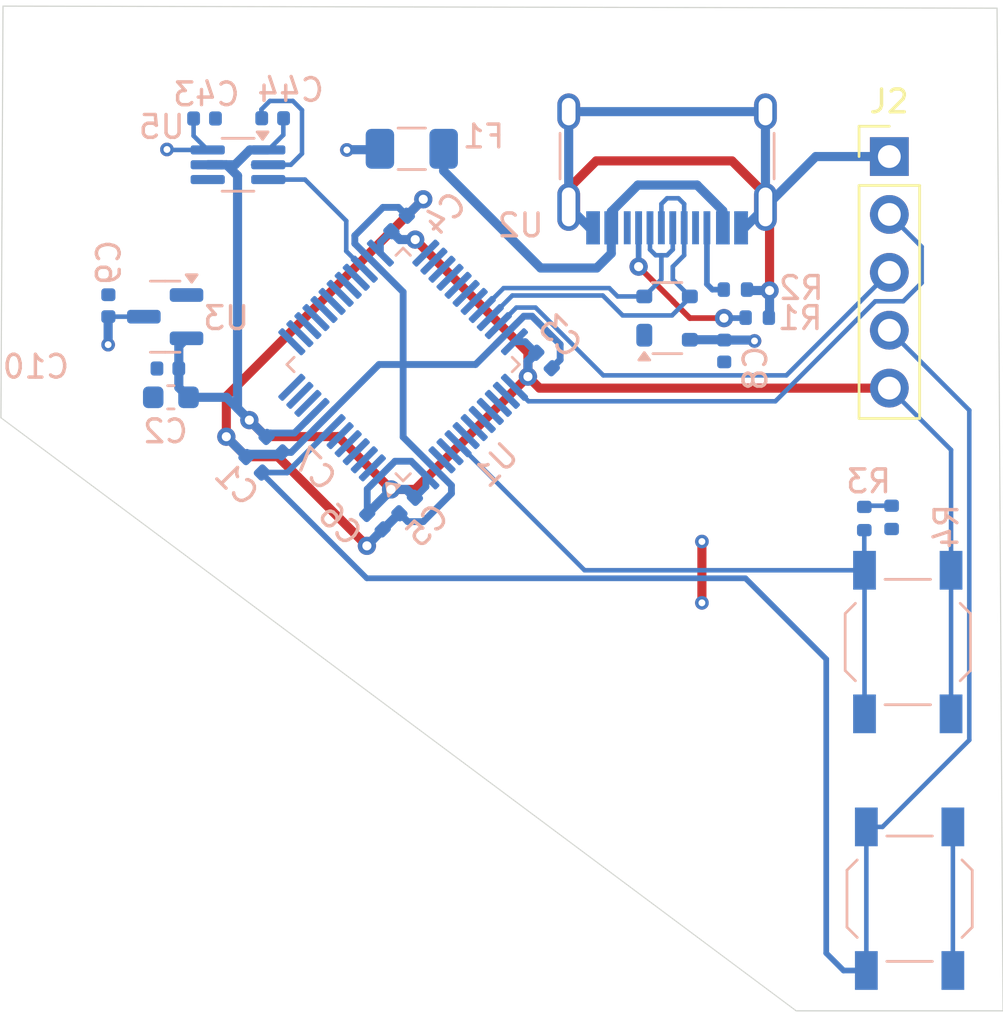
<source format=kicad_pcb>
(kicad_pcb (version 20240108) (generator "pcbnew") (generator_version "8.0")
  (layers (0 "F.Cu" signal) (31 "B.Cu" signal) (34 "B.Paste" user) (35 "F.Paste" user) (36 "B.SilkS" user "B.Silkscreen") (37 "F.SilkS" user "F.Silkscreen") (38 "B.Mask" user) (39 "F.Mask" user) (44 "Edge.Cuts" user))
  (net 0 "")
  (net 1 "BOOT0")
  (net 2 "+3V3")
  (net 3 "NRST")
  (net 4 "GND")
  (net 5 "+5V")
  (net 6 "SWCLK")
  (net 7 "SWD")
  (net 8 "SDA")
  (net 9 "RGB3.3")
  (net 10 "SCL")
  (net 11 "RGB5v")
  (net 12 "/A0")
  (net 13 "/A15")
  (net 14 "VBUS")
  (net 15 "D-")
  (net 16 "Net-(J1-CC2)")
  (net 17 "D+")
  (net 18 "Net-(J1-CC1)")
  (net 21 "Net-(R3-Pad2)")
  (net 22 "/A4")
  (net 23 "/B1")
  (net 24 "/B13")
  (net 25 "/B3")
  (net 26 "/A5")
  (net 27 "/B6")
  (net 28 "/B0")
  (net 29 "/F1")
  (net 30 "/C13")
  (net 31 "/A6")
  (net 32 "/C14")
  (net 33 "/A8")
  (net 34 "/A1")
  (net 35 "/B12")
  (net 36 "/B10")
  (net 37 "/C15")
  (net 38 "/B5")
  (net 39 "/A7")
  (net 40 "/B4")
  (net 41 "/F0")
  (net 42 "/A10")
  (net 43 "/A3")
  (net 44 "/B2")
  (net 45 "/A9")
  (net 46 "/B15")
  (net 47 "/A2")
  (net 48 "/B14")
  (net 49 "/B7")
  (footprint "Connector_PinHeader_2.54mm:PinHeader_1x05_P2.54mm_Vertical" (layer "F.Cu") (at 206.28 41.9)
    (property "Reference" "J2" (at -0.01 -2.42 0) (layer "F.SilkS"))
    (property "Value" "Conn_01x05" (hide yes))
    (fp_line (start -1.33 -1.33) (end 0 -1.33) (stroke (width 0.12)) (layer "F.SilkS"))
    (fp_line (start -1.33 0) (end -1.33 -1.33) (stroke (width 0.12)) (layer "F.SilkS"))
    (fp_line (start -1.33 1.27) (end -1.33 11.49) (stroke (width 0.12)) (layer "F.SilkS"))
    (fp_line (start -1.33 1.27) (end 1.33 1.27) (stroke (width 0.12)) (layer "F.SilkS"))
    (fp_line (start -1.33 11.49) (end 1.33 11.49) (stroke (width 0.12)) (layer "F.SilkS"))
    (fp_line (start 1.33 1.27) (end 1.33 11.49) (stroke (width 0.12)) (layer "F.SilkS"))
    (pad "1" thru_hole rect (at 0 0) (size 1.7 1.7) (drill 1) (layers "*.Cu" "*.Mask") (net 4 "GND"))
    (pad "2" thru_hole oval (at 0 2.54) (size 1.7 1.7) (drill 1) (layers "*.Cu" "*.Mask") (net 6 "SWCLK"))
    (pad "3" thru_hole oval (at 0 5.08) (size 1.7 1.7) (drill 1) (layers "*.Cu" "*.Mask") (net 7 "SWD"))
    (pad "4" thru_hole oval (at 0 7.62) (size 1.7 1.7) (drill 1) (layers "*.Cu" "*.Mask") (net 3 "NRST"))
    (pad "5" thru_hole oval (at 0 10.16) (size 1.7 1.7) (drill 1) (layers "*.Cu" "*.Mask") (net 2 "+3V3"))
  )
  (footprint "Capacitor_SMD:C_0402_1005Metric" (layer "B.Cu") (at 199.03 50.43 -90)
    (property "Reference" "C8" (at 0.7575 -1.37 90) (layer "B.SilkS") (effects (justify mirror)))
    (property "Value" "100nF")
    (pad "1" smd roundrect (at -0.48 0 270) (size 0.56 0.62) (layers "B.Cu" "B.Paste" "B.Mask") (net 5 "+5V"))
    (pad "2" smd roundrect (at 0.48 0 270) (size 0.56 0.62) (layers "B.Cu" "B.Paste" "B.Mask") (net 4 "GND"))
  )
  (footprint "Capacitor_SMD:C_0402_1005Metric" (layer "B.Cu") (at 183.692563 57.917781 -45)
    (property "Reference" "C6" (at -1 1.16 135) (layer "B.SilkS") (effects (justify mirror)))
    (property "Value" "100nF")
    (pad "1" smd roundrect (at -0.48 0 315) (size 0.56 0.62) (layers "B.Cu" "B.Paste" "B.Mask") (net 2 "+3V3"))
    (pad "2" smd roundrect (at 0.48 0 315) (size 0.56 0.62) (layers "B.Cu" "B.Paste" "B.Mask") (net 4 "GND"))
  )
  (footprint "Capacitor_SMD:C_0402_1005Metric" (layer "B.Cu") (at 185.106777 57.210675 -135)
    (property "Reference" "C5" (at 0 -1.249999 45) (layer "B.SilkS") (effects (justify mirror)))
    (property "Value" "100nF")
    (pad "1" smd roundrect (at -0.48 0 225) (size 0.56 0.62) (layers "B.Cu" "B.Paste" "B.Mask") (net 2 "+3V3"))
    (pad "2" smd roundrect (at 0.48 0 225) (size 0.56 0.62) (layers "B.Cu" "B.Paste" "B.Mask") (net 4 "GND"))
  )
  (footprint "Capacitor_SMD:C_0402_1005Metric" (layer "B.Cu") (at 178.389262 55.423925 135)
    (property "Reference" "C1" (at -0.063423 -1.143423 135) (layer "B.SilkS") (effects (justify mirror)))
    (property "Value" "100nF")
    (pad "1" smd roundrect (at -0.48 0 135) (size 0.56 0.62) (layers "B.Cu" "B.Paste" "B.Mask") (net 3 "NRST"))
    (pad "2" smd roundrect (at 0.48 0 135) (size 0.56 0.62) (layers "B.Cu" "B.Paste" "B.Mask") (net 4 "GND"))
  )
  (footprint "Button_Switch_SMD:SW_SPST_TL3342" (layer "B.Cu") (at 207.09 63.2 90)
    (property "Reference" "BOOT1" (hide yes))
    (property "Value" "SW_SPST" (hide yes))
    (fp_line (start 1.25 -2.75) (end -1.25 -2.75) (stroke (width 0.12)) (layer "B.SilkS"))
    (fp_line (start 1.25 -2.75) (end 1.7 -2.3) (stroke (width 0.12)) (layer "B.SilkS"))
    (fp_line (start -1.25 -2.75) (end -1.7 -2.3) (stroke (width 0.12)) (layer "B.SilkS"))
    (fp_line (start 2.75 -1) (end 2.75 1) (stroke (width 0.12)) (layer "B.SilkS"))
    (fp_line (start -2.75 -1) (end -2.75 1) (stroke (width 0.12)) (layer "B.SilkS"))
    (fp_line (start 1.25 2.75) (end 1.7 2.3) (stroke (width 0.12)) (layer "B.SilkS"))
    (fp_line (start 1.25 2.75) (end -1.25 2.75) (stroke (width 0.12)) (layer "B.SilkS"))
    (fp_line (start -1.25 2.75) (end -1.7 2.3) (stroke (width 0.12)) (layer "B.SilkS"))
    (pad "1" smd rect (at -3.15 1.9 90) (size 1.7 1) (layers "B.Cu" "B.Paste" "B.Mask") (net 2 "+3V3"))
    (pad "1" smd rect (at 3.15 1.9 90) (size 1.7 1) (layers "B.Cu" "B.Paste" "B.Mask") (net 2 "+3V3"))
    (pad "2" smd rect (at -3.15 -1.9 90) (size 1.7 1) (layers "B.Cu" "B.Paste" "B.Mask") (net 1 "BOOT0"))
    (pad "2" smd rect (at 3.15 -1.9 90) (size 1.7 1) (layers "B.Cu" "B.Paste" "B.Mask") (net 1 "BOOT0"))
  )
  (footprint "Package_QFP:LQFP-48_7x7mm_P0.5mm" (layer "B.Cu") (at 184.93 51.02349 45)
    (property "Reference" "U1" (at -0.23 6 45) (layer "B.SilkS") (effects (justify mirror)))
    (property "Value" "STM32F072CBT6")
    (fp_line (start -3.61 -3.61) (end -3.16 -3.61) (stroke (width 0.12)) (layer "B.SilkS"))
    (fp_line (start -3.61 -3.16) (end -3.61 -3.61) (stroke (width 0.12)) (layer "B.SilkS"))
    (fp_line (start -3.61 3.16) (end -3.61 3.61) (stroke (width 0.12)) (layer "B.SilkS"))
    (fp_line (start 3.61 -3.61) (end 3.16 -3.61) (stroke (width 0.12)) (layer "B.SilkS"))
    (fp_line (start -3.61 3.61) (end -3.16 3.61) (stroke (width 0.12)) (layer "B.SilkS"))
    (fp_line (start 3.61 -3.16) (end 3.61 -3.61) (stroke (width 0.12)) (layer "B.SilkS"))
    (fp_line (start 3.61 3.16) (end 3.61 3.61) (stroke (width 0.12)) (layer "B.SilkS"))
    (fp_line (start 3.61 3.61) (end 3.16 3.61) (stroke (width 0.12)) (layer "B.SilkS"))
    (fp_poly (pts (xy -4.2 3.16) (xy -4.54 3.63) (xy -3.86 3.63) (xy -4.2 3.16)) (stroke (width 0.12)) (fill solid) (layer "B.SilkS"))
    (pad "1" smd roundrect (at -4.1625 2.75 45) (size 1.475 0.3) (layers "B.Cu" "B.Paste" "B.Mask") (net 2 "+3V3"))
    (pad "2" smd roundrect (at -4.1625 2.25 45) (size 1.475 0.3) (layers "B.Cu" "B.Paste" "B.Mask") (net 30 "/C13"))
    (pad "3" smd roundrect (at -4.1625 1.75 45) (size 1.475 0.3) (layers "B.Cu" "B.Paste" "B.Mask") (net 32 "/C14"))
    (pad "4" smd roundrect (at -4.1625 1.249999 45) (size 1.475 0.3) (layers "B.Cu" "B.Paste" "B.Mask") (net 37 "/C15"))
    (pad "5" smd roundrect (at -4.1625 0.75 45) (size 1.475 0.3) (layers "B.Cu" "B.Paste" "B.Mask") (net 41 "/F0"))
    (pad "6" smd roundrect (at -4.1625 0.25 45) (size 1.475 0.3) (layers "B.Cu" "B.Paste" "B.Mask") (net 29 "/F1"))
    (pad "7" smd roundrect (at -4.1625 -0.25 45) (size 1.475 0.3) (layers "B.Cu" "B.Paste" "B.Mask") (net 3 "NRST"))
    (pad "8" smd roundrect (at -4.1625 -0.75 45) (size 1.475 0.3) (layers "B.Cu" "B.Paste" "B.Mask") (net 4 "GND"))
    (pad "9" smd roundrect (at -4.1625 -1.249999 45) (size 1.475 0.3) (layers "B.Cu" "B.Paste" "B.Mask") (net 2 "+3V3"))
    (pad "10" smd roundrect (at -4.1625 -1.75 45) (size 1.475 0.3) (layers "B.Cu" "B.Paste" "B.Mask") (net 12 "/A0"))
    (pad "11" smd roundrect (at -4.1625 -2.25 45) (size 1.475 0.3) (layers "B.Cu" "B.Paste" "B.Mask") (net 34 "/A1"))
    (pad "12" smd roundrect (at -4.1625 -2.75 45) (size 1.475 0.3) (layers "B.Cu" "B.Paste" "B.Mask") (net 47 "/A2"))
    (pad "13" smd roundrect (at -2.75 -4.1625 45) (size 0.3 1.475) (layers "B.Cu" "B.Paste" "B.Mask") (net 43 "/A3"))
    (pad "14" smd roundrect (at -2.25 -4.1625 45) (size 0.3 1.475) (layers "B.Cu" "B.Paste" "B.Mask") (net 22 "/A4"))
    (pad "15" smd roundrect (at -1.75 -4.1625 45) (size 0.3 1.475) (layers "B.Cu" "B.Paste" "B.Mask") (net 26 "/A5"))
    (pad "16" smd roundrect (at -1.249999 -4.1625 45) (size 0.3 1.475) (layers "B.Cu" "B.Paste" "B.Mask") (net 31 "/A6"))
    (pad "17" smd roundrect (at -0.75 -4.1625 45) (size 0.3 1.475) (layers "B.Cu" "B.Paste" "B.Mask") (net 39 "/A7"))
    (pad "18" smd roundrect (at -0.25 -4.1625 45) (size 0.3 1.475) (layers "B.Cu" "B.Paste" "B.Mask") (net 28 "/B0"))
    (pad "19" smd roundrect (at 0.25 -4.1625 45) (size 0.3 1.475) (layers "B.Cu" "B.Paste" "B.Mask") (net 23 "/B1"))
    (pad "20" smd roundrect (at 0.75 -4.1625 45) (size 0.3 1.475) (layers "B.Cu" "B.Paste" "B.Mask") (net 44 "/B2"))
    (pad "21" smd roundrect (at 1.249999 -4.1625 45) (size 0.3 1.475) (layers "B.Cu" "B.Paste" "B.Mask") (net 36 "/B10"))
    (pad "22" smd roundrect (at 1.75 -4.1625 45) (size 0.3 1.475) (layers "B.Cu" "B.Paste" "B.Mask") (net 9 "RGB3.3"))
    (pad "23" smd roundrect (at 2.25 -4.1625 45) (size 0.3 1.475) (layers "B.Cu" "B.Paste" "B.Mask") (net 4 "GND"))
    (pad "24" smd roundrect (at 2.75 -4.1625 45) (size 0.3 1.475) (layers "B.Cu" "B.Paste" "B.Mask") (net 2 "+3V3"))
    (pad "25" smd roundrect (at 4.1625 -2.75 45) (size 1.475 0.3) (layers "B.Cu" "B.Paste" "B.Mask") (net 35 "/B12"))
    (pad "26" smd roundrect (at 4.1625 -2.25 45) (size 1.475 0.3) (layers "B.Cu" "B.Paste" "B.Mask") (net 24 "/B13"))
    (pad "27" smd roundrect (at 4.1625 -1.75 45) (size 1.475 0.3) (layers "B.Cu" "B.Paste" "B.Mask") (net 48 "/B14"))
    (pad "28" smd roundrect (at 4.1625 -1.249999 45) (size 1.475 0.3) (layers "B.Cu" "B.Paste" "B.Mask") (net 46 "/B15"))
    (pad "29" smd roundrect (at 4.1625 -0.75 45) (size 1.475 0.3) (layers "B.Cu" "B.Paste" "B.Mask") (net 33 "/A8"))
    (pad "30" smd roundrect (at 4.1625 -0.25 45) (size 1.475 0.3) (layers "B.Cu" "B.Paste" "B.Mask") (net 45 "/A9"))
    (pad "31" smd roundrect (at 4.1625 0.25 45) (size 1.475 0.3) (layers "B.Cu" "B.Paste" "B.Mask") (net 42 "/A10"))
    (pad "32" smd roundrect (at 4.1625 0.75 45) (size 1.475 0.3) (layers "B.Cu" "B.Paste" "B.Mask") (net 15 "D-"))
    (pad "33" smd roundrect (at 4.1625 1.249999 45) (size 1.475 0.3) (layers "B.Cu" "B.Paste" "B.Mask") (net 17 "D+"))
    (pad "34" smd roundrect (at 4.1625 1.75 45) (size 1.475 0.3) (layers "B.Cu" "B.Paste" "B.Mask") (net 7 "SWD"))
    (pad "35" smd roundrect (at 4.1625 2.25 45) (size 1.475 0.3) (layers "B.Cu" "B.Paste" "B.Mask") (net 4 "GND"))
    (pad "36" smd roundrect (at 4.1625 2.75 45) (size 1.475 0.3) (layers "B.Cu" "B.Paste" "B.Mask") (net 2 "+3V3"))
    (pad "37" smd roundrect (at 2.75 4.1625 45) (size 0.3 1.475) (layers "B.Cu" "B.Paste" "B.Mask") (net 6 "SWCLK"))
    (pad "38" smd roundrect (at 2.25 4.1625 45) (size 0.3 1.475) (layers "B.Cu" "B.Paste" "B.Mask") (net 13 "/A15"))
    (pad "39" smd roundrect (at 1.75 4.1625 45) (size 0.3 1.475) (layers "B.Cu" "B.Paste" "B.Mask") (net 25 "/B3"))
    (pad "40" smd roundrect (at 1.249999 4.1625 45) (size 0.3 1.475) (layers "B.Cu" "B.Paste" "B.Mask") (net 40 "/B4"))
    (pad "41" smd roundrect (at 0.75 4.1625 45) (size 0.3 1.475) (layers "B.Cu" "B.Paste" "B.Mask") (net 38 "/B5"))
    (pad "42" smd roundrect (at 0.25 4.1625 45) (size 0.3 1.475) (layers "B.Cu" "B.Paste" "B.Mask") (net 27 "/B6"))
    (pad "43" smd roundrect (at -0.25 4.1625 45) (size 0.3 1.475) (layers "B.Cu" "B.Paste" "B.Mask") (net 49 "/B7"))
    (pad "44" smd roundrect (at -0.75 4.1625 45) (size 0.3 1.475) (layers "B.Cu" "B.Paste" "B.Mask") (net 1 "BOOT0"))
    (pad "45" smd roundrect (at -1.249999 4.1625 45) (size 0.3 1.475) (layers "B.Cu" "B.Paste" "B.Mask") (net 10 "SCL"))
    (pad "46" smd roundrect (at -1.75 4.1625 45) (size 0.3 1.475) (layers "B.Cu" "B.Paste" "B.Mask") (net 8 "SDA"))
    (pad "47" smd roundrect (at -2.25 4.1625 45) (size 0.3 1.475) (layers "B.Cu" "B.Paste" "B.Mask") (net 4 "GND"))
    (pad "48" smd roundrect (at -2.75 4.1625 45) (size 0.3 1.475) (layers "B.Cu" "B.Paste" "B.Mask") (net 2 "+3V3"))
  )
  (footprint "Capacitor_SMD:C_0402_1005Metric" (layer "B.Cu") (at 171.985895 48.442721 90)
    (property "Reference" "C9" (at 1.9 0.02 90) (layer "B.SilkS") (effects (justify mirror)))
    (property "Value" "1uF")
    (pad "1" smd roundrect (at -0.48 0 90) (size 0.56 0.62) (layers "B.Cu" "B.Paste" "B.Mask") (net 5 "+5V"))
    (pad "2" smd roundrect (at 0.48 0 90) (size 0.56 0.62) (layers "B.Cu" "B.Paste" "B.Mask") (net 4 "GND"))
  )
  (footprint "Button_Switch_SMD:SW_SPST_TL3342" (layer "B.Cu") (at 207.17 74.46 -90)
    (property "Reference" "RST1" (hide yes))
    (property "Value" "SW_SPST")
    (fp_line (start -1.25 2.75) (end -1.7 2.3) (stroke (width 0.12)) (layer "B.SilkS"))
    (fp_line (start 1.25 2.75) (end -1.25 2.75) (stroke (width 0.12)) (layer "B.SilkS"))
    (fp_line (start 1.25 2.75) (end 1.7 2.3) (stroke (width 0.12)) (layer "B.SilkS"))
    (fp_line (start -2.75 -1) (end -2.75 1) (stroke (width 0.12)) (layer "B.SilkS"))
    (fp_line (start 2.75 -1) (end 2.75 1) (stroke (width 0.12)) (layer "B.SilkS"))
    (fp_line (start -1.25 -2.75) (end -1.7 -2.3) (stroke (width 0.12)) (layer "B.SilkS"))
    (fp_line (start 1.25 -2.75) (end 1.7 -2.3) (stroke (width 0.12)) (layer "B.SilkS"))
    (fp_line (start 1.25 -2.75) (end -1.25 -2.75) (stroke (width 0.12)) (layer "B.SilkS"))
    (pad "1" smd rect (at -3.15 1.9 270) (size 1.7 1) (layers "B.Cu" "B.Paste" "B.Mask") (net 3 "NRST"))
    (pad "1" smd rect (at 3.15 1.9 270) (size 1.7 1) (layers "B.Cu" "B.Paste" "B.Mask") (net 3 "NRST"))
    (pad "2" smd rect (at -3.15 -1.9 270) (size 1.7 1) (layers "B.Cu" "B.Paste" "B.Mask") (net 4 "GND"))
    (pad "2" smd rect (at 3.15 -1.9 270) (size 1.7 1) (layers "B.Cu" "B.Paste" "B.Mask") (net 4 "GND"))
  )
  (footprint "Resistor_SMD:R_0402_1005Metric" (layer "B.Cu") (at 206.38 57.73 -90)
    (property "Reference" "R4" (at 0.4 -2.41 90) (layer "B.SilkS") (effects (justify mirror)))
    (property "Value" "5.1k")
    (pad "1" smd roundrect (at -0.51 0 270) (size 0.54 0.64) (layers "B.Cu" "B.Paste" "B.Mask") (net 21 "Net-(R3-Pad2)"))
    (pad "2" smd roundrect (at 0.51 0 270) (size 0.54 0.64) (layers "B.Cu" "B.Paste" "B.Mask") (net 4 "GND"))
  )
  (footprint "PCM_marbastlib-various:USB_C_Receptacle_HRO_TYPE-C-31-M-12" (layer "B.Cu") (at 196.52 40.98)
    (property "Reference" "J1" (hide yes))
    (property "Value" "USB_C_Receptacle_USB2.0")
    (fp_line (start -4.7 -0.1) (end -4.7 1.9) (stroke (width 0.12)) (layer "B.SilkS"))
    (fp_line (start 4.7 -0.1) (end 4.7 1.9) (stroke (width 0.12)) (layer "B.SilkS"))
    (pad "" np_thru_hole circle (at -2.89 2.6) (size 0.65 0.65) (drill 0.65) (layers "*.Cu" "*.Mask"))
    (pad "" np_thru_hole circle (at 2.89 2.6) (size 0.65 0.65) (drill 0.65) (layers "*.Cu" "*.Mask"))
    (pad "A1" smd rect (at -3.25 4.045) (size 0.6 1.45) (layers "B.Cu" "B.Paste" "B.Mask") (net 4 "GND"))
    (pad "A4" smd rect (at -2.45 4.045) (size 0.6 1.45) (layers "B.Cu" "B.Paste" "B.Mask") (net 14 "VBUS"))
    (pad "A5" smd rect (at -1.25 4.045) (size 0.3 1.45) (layers "B.Cu" "B.Paste" "B.Mask") (net 18 "Net-(J1-CC1)"))
    (pad "A6" smd rect (at -0.25 4.045) (size 0.3 1.45) (layers "B.Cu" "B.Paste" "B.Mask") (net 17 "D+"))
    (pad "A7" smd rect (at 0.25 4.045) (size 0.3 1.45) (layers "B.Cu" "B.Paste" "B.Mask") (net 15 "D-"))
    (pad "A8" smd rect (at 1.25 4.045) (size 0.3 1.45) (layers "B.Cu" "B.Paste" "B.Mask"))
    (pad "A9" smd rect (at 2.45 4.045) (size 0.6 1.45) (layers "B.Cu" "B.Paste" "B.Mask") (net 14 "VBUS"))
    (pad "A12" smd rect (at 3.25 4.045) (size 0.6 1.45) (layers "B.Cu" "B.Paste" "B.Mask") (net 4 "GND"))
    (pad "B1" smd rect (at 3.25 4.045) (size 0.6 1.45) (layers "B.Cu" "B.Paste" "B.Mask") (net 4 "GND"))
    (pad "B4" smd rect (at 2.45 4.045) (size 0.6 1.45) (layers "B.Cu" "B.Paste" "B.Mask") (net 14 "VBUS"))
    (pad "B5" smd rect (at 1.75 4.045) (size 0.3 1.45) (layers "B.Cu" "B.Paste" "B.Mask") (net 16 "Net-(J1-CC2)"))
    (pad "B6" smd rect (at 0.75 4.045) (size 0.3 1.45) (layers "B.Cu" "B.Paste" "B.Mask") (net 17 "D+"))
    (pad "B7" smd rect (at -0.75 4.045) (size 0.3 1.45) (layers "B.Cu" "B.Paste" "B.Mask") (net 15 "D-"))
    (pad "B8" smd rect (at -1.75 4.045) (size 0.3 1.45) (layers "B.Cu" "B.Paste" "B.Mask"))
    (pad "B9" smd rect (at -2.45 4.045) (size 0.6 1.45) (layers "B.Cu" "B.Paste" "B.Mask") (net 14 "VBUS"))
    (pad "B12" smd rect (at -3.25 4.045) (size 0.6 1.45) (layers "B.Cu" "B.Paste" "B.Mask") (net 4 "GND"))
    (pad "S1" thru_hole oval (at -4.32 -1.05) (size 1 1.6) (drill oval 0.6 1.2) (layers "*.Cu" "*.Mask") (net 4 "GND"))
    (pad "S1" thru_hole oval (at -4.32 3.13) (size 1 2.1) (drill oval 0.6 1.7) (layers "*.Cu" "*.Mask") (net 4 "GND"))
    (pad "S1" thru_hole oval (at 4.32 -1.05) (size 1 1.6) (drill oval 0.6 1.2) (layers "*.Cu" "*.Mask") (net 4 "GND"))
    (pad "S1" thru_hole oval (at 4.32 3.13) (size 1 2.1) (drill oval 0.6 1.7) (layers "*.Cu" "*.Mask") (net 4 "GND"))
  )
  (footprint "Package_TO_SOT_SMD:SOT-23" (layer "B.Cu") (at 174.480895 48.925221 180)
    (property "Reference" "U3" (at -2.68 -0.0625 0) (layer "B.SilkS") (effects (justify mirror)))
    (property "Value" "XC6206PxxxMR-Regulator_Linear" (hide yes))
    (fp_line (start 0.65 1.56) (end 0 1.56) (stroke (width 0.12)) (layer "B.SilkS"))
    (fp_line (start 0.65 -1.56) (end 0 -1.56) (stroke (width 0.12)) (layer "B.SilkS"))
    (fp_line (start -0.65 1.56) (end 0 1.56) (stroke (width 0.12)) (layer "B.SilkS"))
    (fp_line (start -0.65 -1.56) (end 0 -1.56) (stroke (width 0.12)) (layer "B.SilkS"))
    (fp_poly (pts (xy -1.1625 1.51) (xy -1.4025 1.84) (xy -0.9225 1.84) (xy -1.1625 1.51)) (stroke (width 0.12)) (fill solid) (layer "B.SilkS"))
    (pad "1" smd roundrect (at -0.9375 0.95 180) (size 1.475 0.6) (layers "B.Cu" "B.Paste" "B.Mask") (net 4 "GND"))
    (pad "2" smd roundrect (at -0.9375 -0.95 180) (size 1.475 0.6) (layers "B.Cu" "B.Paste" "B.Mask") (net 2 "+3V3"))
    (pad "3" smd roundrect (at 0.9375 0 180) (size 1.475 0.6) (layers "B.Cu" "B.Paste" "B.Mask") (net 5 "+5V"))
  )
  (footprint "Package_TO_SOT_SMD:SOT-143" (layer "B.Cu") (at 196.52 48.9875)
    (property "Reference" "U2" (at -6.43 -4.0675 0) (layer "B.SilkS") (effects (justify mirror)))
    (property "Value" "PRTR5V0U2X" (hide yes))
    (fp_line (start -0.62 1.56) (end 0.65 1.56) (stroke (width 0.12)) (layer "B.SilkS"))
    (fp_line (start 0.65 -1.56) (end -0.65 -1.56) (stroke (width 0.12)) (layer "B.SilkS"))
    (fp_poly (pts (xy -1 1.51) (xy -1.24 1.84) (xy -0.76 1.84) (xy -1 1.51)) (stroke (width 0.12)) (fill solid) (layer "B.SilkS"))
    (pad "1" smd roundrect (at -1 0.75) (size 0.7 1) (layers "B.Cu" "B.Paste" "B.Mask") (net 4 "GND"))
    (pad "2" smd roundrect (at -1 -0.95) (size 0.7 0.6) (layers "B.Cu" "B.Paste" "B.Mask") (net 15 "D-"))
    (pad "3" smd roundrect (at 1 -0.95) (size 0.7 0.6) (layers "B.Cu" "B.Paste" "B.Mask") (net 17 "D+"))
    (pad "4" smd roundrect (at 1 0.95) (size 0.7 0.6) (layers "B.Cu" "B.Paste" "B.Mask") (net 5 "+5V"))
  )
  (footprint "Capacitor_SMD:C_0402_1005Metric" (layer "B.Cu") (at 179.2 40.22)
    (property "Reference" "C43" (at -2.91 -1.05 0) (layer "B.SilkS") (effects (justify mirror)))
    (property "Value" "0.1uF")
    (pad "1" smd roundrect (at -0.48 0) (size 0.56 0.62) (layers "B.Cu" "B.Paste" "B.Mask") (net 4 "GND"))
    (pad "2" smd roundrect (at 0.48 0) (size 0.56 0.62) (layers "B.Cu" "B.Paste" "B.Mask") (net 2 "+3V3"))
  )
  (footprint "Capacitor_SMD:C_0402_1005Metric" (layer "B.Cu") (at 191.117184 50.846714 -45)
    (property "Reference" "C3" (at -0.25 -1.25 135) (layer "B.SilkS") (effects (justify mirror)))
    (property "Value" "100nF")
    (pad "1" smd roundrect (at -0.48 0 315) (size 0.56 0.62) (layers "B.Cu" "B.Paste" "B.Mask") (net 2 "+3V3"))
    (pad "2" smd roundrect (at 0.48 0 315) (size 0.56 0.62) (layers "B.Cu" "B.Paste" "B.Mask") (net 4 "GND"))
  )
  (footprint "Resistor_SMD:R_0402_1005Metric" (layer "B.Cu") (at 200.48 48.9675 180)
    (property "Reference" "R1" (at -1.88 -0.02 0) (layer "B.SilkS") (effects (justify mirror)))
    (property "Value" "5.1k")
    (pad "1" smd roundrect (at -0.51 0 180) (size 0.54 0.64) (layers "B.Cu" "B.Paste" "B.Mask") (net 4 "GND"))
    (pad "2" smd roundrect (at 0.51 0 180) (size 0.54 0.64) (layers "B.Cu" "B.Paste" "B.Mask") (net 18 "Net-(J1-CC1)"))
  )
  (footprint "Package_TO_SOT_SMD:SOT-363_SC-70-6_Handsoldering" (layer "B.Cu") (at 177.678628 42.26 180)
    (property "Reference" "U5" (at 3.35 1.66 0) (layer "B.SilkS") (effects (justify mirror)))
    (property "Value" "TXB0101")
    (fp_line (start 0.7 1.16) (end -0.71 1.16) (stroke (width 0.12)) (layer "B.SilkS"))
    (fp_line (start 0.7 -1.16) (end -0.7 -1.16) (stroke (width 0.12)) (layer "B.SilkS"))
    (fp_poly (pts (xy -1.08 1.11) (xy -1.32 1.44) (xy -0.84 1.44) (xy -1.08 1.11)) (stroke (width 0.12)) (fill solid) (layer "B.SilkS"))
    (pad "1" smd roundrect (at -1.33 0.65 180) (size 1.5 0.4) (layers "B.Cu" "B.Paste" "B.Mask") (net 2 "+3V3"))
    (pad "2" smd roundrect (at -1.33 0 180) (size 1.5 0.4) (layers "B.Cu" "B.Paste" "B.Mask") (net 4 "GND"))
    (pad "3" smd roundrect (at -1.33 -0.65 180) (size 1.5 0.4) (layers "B.Cu" "B.Paste" "B.Mask") (net 9 "RGB3.3"))
    (pad "4" smd roundrect (at 1.33 -0.65 180) (size 1.5 0.4) (layers "B.Cu" "B.Paste" "B.Mask") (net 11 "RGB5v"))
    (pad "5" smd roundrect (at 1.33 0 180) (size 1.5 0.4) (layers "B.Cu" "B.Paste" "B.Mask") (net 2 "+3V3"))
    (pad "6" smd roundrect (at 1.33 0.65 180) (size 1.5 0.4) (layers "B.Cu" "B.Paste" "B.Mask") (net 5 "+5V"))
  )
  (footprint "Capacitor_SMD:C_0402_1005Metric" (layer "B.Cu") (at 174.6 51.2 180)
    (property "Reference" "C10" (at 5.795 0.08 0) (layer "B.SilkS") (effects (justify mirror)))
    (property "Value" "1uF")
    (pad "1" smd roundrect (at -0.48 0 180) (size 0.56 0.62) (layers "B.Cu" "B.Paste" "B.Mask") (net 2 "+3V3"))
    (pad "2" smd roundrect (at 0.48 0 180) (size 0.56 0.62) (layers "B.Cu" "B.Paste" "B.Mask") (net 4 "GND"))
  )
  (footprint "Fuse:Fuse_1206_3216Metric" (layer "B.Cu") (at 185.31 41.56 180)
    (property "Reference" "F1" (at -3.15 0.54 0) (layer "B.SilkS") (effects (justify mirror)))
    (property "Value" "500mA")
    (fp_line (start 0.602064 0.91) (end -0.602064 0.91) (stroke (width 0.12)) (layer "B.SilkS"))
    (fp_line (start 0.602064 -0.91) (end -0.602064 -0.91) (stroke (width 0.12)) (layer "B.SilkS"))
    (pad "1" smd roundrect (at -1.4 0 180) (size 1.25 1.75) (layers "B.Cu" "B.Paste" "B.Mask") (roundrect_rratio 0.2) (net 14 "VBUS"))
    (pad "2" smd roundrect (at 1.4 0 180) (size 1.25 1.75) (layers "B.Cu" "B.Paste" "B.Mask") (roundrect_rratio 0.2) (net 5 "+5V"))
  )
  (footprint "Capacitor_SMD:C_0402_1005Metric" (layer "B.Cu") (at 184.753223 44.836306 45)
    (property "Reference" "C4" (at 1.729765 1.116583 45) (layer "B.SilkS") (effects (justify mirror)))
    (property "Value" "100nF")
    (pad "1" smd roundrect (at -0.48 0 45) (size 0.56 0.62) (layers "B.Cu" "B.Paste" "B.Mask") (net 2 "+3V3"))
    (pad "2" smd roundrect (at 0.48 0 45) (size 0.56 0.62) (layers "B.Cu" "B.Paste" "B.Mask") (net 4 "GND"))
  )
  (footprint "Capacitor_SMD:C_0402_1005Metric" (layer "B.Cu") (at 179.273146 54.540041 -45)
    (property "Reference" "C7" (at 2.013423 -0.486577 135) (layer "B.SilkS") (effects (justify mirror)))
    (property "Value" "100nF")
    (pad "1" smd roundrect (at -0.48 0 315) (size 0.56 0.62) (layers "B.Cu" "B.Paste" "B.Mask") (net 2 "+3V3"))
    (pad "2" smd roundrect (at 0.48 0 315) (size 0.56 0.62) (layers "B.Cu" "B.Paste" "B.Mask") (net 4 "GND"))
  )
  (footprint "Capacitor_SMD:C_0603_1608Metric" (layer "B.Cu") (at 174.730895 52.462721 180)
    (property "Reference" "C2" (at 0.2375 -1.4925 0) (layer "B.SilkS") (effects (justify mirror)))
    (property "Value" "10uF")
    (fp_line (start 0.14058 0.51) (end -0.14058 0.51) (stroke (width 0.12)) (layer "B.SilkS"))
    (fp_line (start 0.14058 -0.51) (end -0.14058 -0.51) (stroke (width 0.12)) (layer "B.SilkS"))
    (pad "1" smd roundrect (at -0.775 0 180) (size 0.9 0.95) (layers "B.Cu" "B.Paste" "B.Mask") (net 2 "+3V3"))
    (pad "2" smd roundrect (at 0.775 0 180) (size 0.9 0.95) (layers "B.Cu" "B.Paste" "B.Mask") (net 4 "GND"))
  )
  (footprint "Resistor_SMD:R_0402_1005Metric" (layer "B.Cu") (at 199.52 47.7375)
    (property "Reference" "R2" (at 2.89036 -0.07036 0) (layer "B.SilkS") (effects (justify mirror)))
    (property "Value" "5.1k")
    (pad "1" smd roundrect (at -0.51 0) (size 0.54 0.64) (layers "B.Cu" "B.Paste" "B.Mask") (net 16 "Net-(J1-CC2)"))
    (pad "2" smd roundrect (at 0.51 0) (size 0.54 0.64) (layers "B.Cu" "B.Paste" "B.Mask") (net 4 "GND"))
  )
  (footprint "Capacitor_SMD:C_0402_1005Metric" (layer "B.Cu") (at 176.208628 40.23)
    (property "Reference" "C44" (at 3.78 -1.25 0) (layer "B.SilkS") (effects (justify mirror)))
    (property "Value" "0.1uF")
    (pad "1" smd roundrect (at -0.48 0) (size 0.56 0.62) (layers "B.Cu" "B.Paste" "B.Mask") (net 5 "+5V"))
    (pad "2" smd roundrect (at 0.48 0) (size 0.56 0.62) (layers "B.Cu" "B.Paste" "B.Mask") (net 4 "GND"))
  )
  (footprint "Resistor_SMD:R_0402_1005Metric" (layer "B.Cu") (at 205.18 57.78 90)
    (property "Reference" "R3" (at 1.63 0.19 180) (layer "B.SilkS") (effects (justify mirror)))
    (property "Value" "5.1k" (hide yes))
    (pad "1" smd roundrect (at -0.51 0 90) (size 0.54 0.64) (layers "B.Cu" "B.Paste" "B.Mask") (net 1 "BOOT0"))
    (pad "2" smd roundrect (at 0.51 0 90) (size 0.54 0.64) (layers "B.Cu" "B.Paste" "B.Mask") (net 21 "Net-(R3-Pad2)"))
  )
  (gr_line (start 202.19 79.38) (end 167.27 53.36) (stroke (width 0.05)) (layer "Edge.Cuts"))
  (gr_line (start 167.27 53.36) (end 167.36 35.3) (stroke (width 0.05)) (layer "Edge.Cuts"))
  (gr_line (start 167.36 35.3) (end 211.01 35.39) (stroke (width 0.05)) (layer "Edge.Cuts"))
  (gr_line (start 211.01 35.39) (end 211.27 79.38) (stroke (width 0.05)) (layer "Edge.Cuts"))
  (gr_line (start 211.27 79.38) (end 202.19 79.38) (stroke (width 0.05)) (layer "Edge.Cuts"))
  (segment (start 192.89585 60.05) (end 205.19 60.05) (width 0.2) (layer "B.Cu") (net 1))
  (segment (start 205.19 60.05) (end 205.19 66.35) (width 0.2) (layer "B.Cu") (net 1))
  (segment (start 205.18 58.29) (end 205.18 60.04) (width 0.2) (layer "B.Cu") (net 1))
  (segment (start 205.18 60.04) (end 205.19 60.05) (width 0.2) (layer "B.Cu") (net 1))
  (segment (start 187.343002 54.497152) (end 192.89585 60.05) (width 0.2) (layer "B.Cu") (net 1))
  (segment (start 190.410077 51.55382) (end 190.410077 50.49316) (width 0.4) (layer "F.Cu") (net 2))
  (segment (start 178.17713 53.463009) (end 178.900609 54.186488) (width 0.4) (layer "F.Cu") (net 2))
  (segment (start 182.08259 54.186488) (end 184.39967 56.503568) (width 0.4) (layer "F.Cu") (net 2))
  (segment (start 185.46033 45.543413) (end 189.879747 49.96283) (width 0.4) (layer "F.Cu") (net 2))
  (segment (start 190.410077 51.55382) (end 185.46033 56.503568) (width 0.4) (layer "F.Cu") (net 2))
  (segment (start 206.27 52.06) (end 206.28 52.06) (width 0.4) (layer "F.Cu") (net 2))
  (segment (start 178.900609 54.186488) (end 182.08259 54.186488) (width 0.4) (layer "F.Cu") (net 2))
  (segment (start 190.410077 51.55382) (end 190.916257 52.06) (width 0.4) (layer "F.Cu") (net 2))
  (segment (start 190.410077 50.49316) (end 189.879747 49.96283) (width 0.4) (layer "F.Cu") (net 2))
  (segment (start 185.46033 56.503568) (end 184.39967 56.503568) (width 0.4) (layer "F.Cu") (net 2))
  (segment (start 190.916257 52.06) (end 206.28 52.06) (width 0.4) (layer "F.Cu") (net 2))
  (via (at 178.17713 53.463009) (size 0.8) (drill 0.4) (layers "F.Cu" "B.Cu") (net 2))
  (via (at 185.46033 45.543413) (size 0.8) (drill 0.4) (layers "F.Cu" "B.Cu") (net 2))
  (via (at 190.410077 51.55382) (size 0.8) (drill 0.4) (layers "F.Cu" "B.Cu") (net 2))
  (via (at 184.39967 56.503568) (size 0.8) (drill 0.4) (layers "F.Cu" "B.Cu") (net 2))
  (segment (start 185.446188 56.871263) (end 185.928788 56.388663) (width 0.3) (layer "B.Cu") (net 2))
  (segment (start 175.08 52.036826) (end 175.480895 52.437721) (width 0.4) (layer "B.Cu") (net 2))
  (segment (start 175.505895 52.462721) (end 177.176842 52.462721) (width 0.4) (layer "B.Cu") (net 2))
  (segment (start 175.515895 52.472721) (end 175.480895 52.437721) (width 0.4) (layer "B.Cu") (net 2))
  (segment (start 178.177129 53.463009) (end 177.658628 52.944508) (width 0.4) (layer "B.Cu") (net 2))
  (segment (start 177.54875 42.26) (end 178.19875 41.61) (width 0.4) (layer "B.Cu") (net 2))
  (segment (start 175.08 51.2) (end 175.08 50.213616) (width 0.4) (layer "B.Cu") (net 2))
  (segment (start 185.078492 56.503568) (end 185.446188 56.871263) (width 0.4) (layer "B.Cu") (net 2))
  (segment (start 190.295173 50.024702) (end 190.777773 50.507302) (width 0.3) (layer "B.Cu") (net 2))
  (segment (start 208.99 54.77) (end 206.28 52.06) (width 0.2) (layer "B.Cu") (net 2))
  (segment (start 183.931212 45.658318) (end 184.413812 45.175717) (width 0.3) (layer "B.Cu") (net 2))
  (segment (start 189.817875 50.024702) (end 190.295173 50.024702) (width 0.3) (layer "B.Cu") (net 2))
  (segment (start 208.99 66.35) (end 208.99 60.05) (width 0.2) (layer "B.Cu") (net 2))
  (segment (start 190.410077 50.874998) (end 190.777773 50.507302) (width 0.4) (layer "B.Cu") (net 2))
  (segment (start 177.177378 42.26) (end 176.348628 42.26) (width 0.4) (layer "B.Cu") (net 2))
  (segment (start 180.157029 54.028694) (end 179.10567 54.028694) (width 0.3) (layer "B.Cu") (net 2))
  (segment (start 185.928788 55.911366) (end 185.283553 55.266131) (width 0.3) (layer "B.Cu") (net 2))
  (segment (start 184.413812 45.175717) (end 184.781507 45.543413) (width 0.4) (layer "B.Cu") (net 2))
  (segment (start 177.658628 52.944508) (end 177.658628 42.74125) (width 0.4) (layer "B.Cu") (net 2))
  (segment (start 184.781507 45.543413) (end 185.46033 45.543413) (width 0.4) (layer "B.Cu") (net 2))
  (segment (start 179.008628 41.61) (end 179.668628 40.95) (width 0.2) (layer "B.Cu") (net 2))
  (segment (start 178.19875 41.61) (end 179.008628 41.61) (width 0.4) (layer "B.Cu") (net 2))
  (segment (start 175.480895 52.437721) (end 175.505895 52.462721) (width 0.2) (layer "B.Cu") (net 2))
  (segment (start 184.39967 56.503568) (end 184.39967 56.531852) (width 0.4) (layer "B.Cu") (net 2))
  (segment (start 184.39967 56.531852) (end 183.353152 57.57837) (width 0.4) (layer "B.Cu") (net 2))
  (segment (start 179.668628 40.95) (end 179.668628 40.31) (width 0.2) (layer "B.Cu") (net 2))
  (segment (start 178.919592 54.186488) (end 178.900609 54.186488) (width 0.4) (layer "B.Cu") (net 2))
  (segment (start 176.348628 42.26) (end 177.54875 42.26) (width 0.4) (layer "B.Cu") (net 2))
  (segment (start 177.176842 52.462721) (end 178.17713 53.463009) (width 0.4) (layer "B.Cu") (net 2))
  (segment (start 190.410077 51.55382) (end 190.410077 50.874998) (width 0.4) (layer "B.Cu") (net 2))
  (segment (start 178.340172 41.61) (end 179.008628 41.61) (width 0.2) (layer "B.Cu") (net 2))
  (segment (start 183.931212 46.135615) (end 183.931212 45.658318) (width 0.3) (layer "B.Cu") (net 2))
  (segment (start 177.658628 42.74125) (end 177.177378 42.26) (width 0.4) (layer "B.Cu") (net 2))
  (segment (start 175.08 51.2) (end 175.08 52.036826) (width 0.4) (layer "B.Cu") (net 2))
  (segment (start 184.576446 55.266131) (end 183.931212 55.911366) (width 0.3) (layer "B.Cu") (net 2))
  (segment (start 178.900609 54.186488) (end 178.17713 53.463009) (width 0.4) (layer "B.Cu") (net 2))
  (segment (start 184.39967 56.503568) (end 185.078492 56.503568) (width 0.4) (layer "B.Cu") (net 2))
  (segment (start 183.353152 56.489426) (end 183.931212 55.911366) (width 0.3) (layer "B.Cu") (net 2))
  (segment (start 178.17713 53.463009) (end 178.177129 53.463009) (width 0.4) (layer "B.Cu") (net 2))
  (segment (start 185.283553 55.266131) (end 184.576446 55.266131) (width 0.3) (layer "B.Cu") (net 2))
  (segment (start 179.10567 54.028694) (end 178.933734 54.20063) (width 0.3) (layer "B.Cu") (net 2))
  (segment (start 185.928788 56.388663) (end 185.928788 55.911366) (width 0.3) (layer "B.Cu") (net 2))
  (segment (start 183.353152 57.57837) (end 183.353152 56.489426) (width 0.3) (layer "B.Cu") (net 2))
  (segment (start 181.102784 53.082939) (end 180.157029 54.028694) (width 0.3) (layer "B.Cu") (net 2))
  (segment (start 208.99 60.05) (end 208.99 54.77) (width 0.2) (layer "B.Cu") (net 2))
  (segment (start 175.08 50.213616) (end 175.418395 49.875221) (width 0.4) (layer "B.Cu") (net 2))
  (segment (start 178.728673 55.796461) (end 183.334212 60.402) (width 0.25) (layer "B.Cu") (net 3))
  (segment (start 209.79 53.03) (end 209.79 67.5) (width 0.2) (layer "B.Cu") (net 3))
  (segment (start 203.51 63.95) (end 203.51 76.85) (width 0.25) (layer "B.Cu") (net 3))
  (segment (start 205.98 71.31) (end 205.27 71.31) (width 0.2) (layer "B.Cu") (net 3))
  (segment (start 179.836601 55.763336) (end 178.728673 55.763336) (width 0.25) (layer "B.Cu") (net 3))
  (segment (start 209.79 67.5) (end 205.98 71.31) (width 0.2) (layer "B.Cu") (net 3))
  (segment (start 203.51 76.85) (end 204.27 77.61) (width 0.25) (layer "B.Cu") (net 3))
  (segment (start 204.27 77.61) (end 205.27 77.61) (width 0.25) (layer "B.Cu") (net 3))
  (segment (start 178.728673 55.763336) (end 178.728673 55.796461) (width 0.25) (layer "B.Cu") (net 3))
  (segment (start 183.334212 60.402) (end 199.962 60.402) (width 0.25) (layer "B.Cu") (net 3))
  (segment (start 206.28 49.52) (end 209.79 53.03) (width 0.2) (layer "B.Cu") (net 3))
  (segment (start 199.962 60.402) (end 203.51 63.95) (width 0.25) (layer "B.Cu") (net 3))
  (segment (start 205.27 71.31) (end 205.27 77.61) (width 0.2) (layer "B.Cu") (net 3))
  (segment (start 181.809891 53.790046) (end 179.836601 55.763336) (width 0.25) (layer "B.Cu") (net 3))
  (segment (start 200.84 43.56) (end 199.37 42.09) (width 0.4) (layer "F.Cu") (net 4))
  (segment (start 178.04501 55.070371) (end 179.430939 55.070371) (width 0.4) (layer "F.Cu") (net 4))
  (segment (start 200.84 44.11) (end 200.84 43.56) (width 0.4) (layer "F.Cu") (net 4))
  (segment (start 177.165967 54.191329) (end 178.04501 55.070371) (width 0.4) (layer "F.Cu") (net 4))
  (segment (start 200.84 44.11) (end 201.02 44.29) (width 0.4) (layer "F.Cu") (net 4))
  (segment (start 193.41 42.09) (end 192.2 43.3) (width 0.4) (layer "F.Cu") (net 4))
  (segment (start 177.165967 52.423562) (end 185.813883 43.775646) (width 0.4) (layer "F.Cu") (net 4))
  (segment (start 192.2 43.3) (end 192.2 44.11) (width 0.4) (layer "F.Cu") (net 4))
  (segment (start 179.430939 55.070371) (end 183.33901 58.978442) (width 0.4) (layer "F.Cu") (net 4))
  (segment (start 198.05 58.79) (end 198.05 61.48) (width 0.4) (layer "F.Cu") (net 4))
  (segment (start 177.165967 54.191329) (end 177.165967 52.423562) (width 0.4) (layer "F.Cu") (net 4))
  (segment (start 201.02 44.29) (end 201.02 47.7775) (width 0.4) (layer "F.Cu") (net 4))
  (segment (start 199.37 42.09) (end 193.41 42.09) (width 0.4) (layer "F.Cu") (net 4))
  (via (at 198.05 58.79) (size 0.6) (drill 0.3) (layers "F.Cu" "B.Cu") (net 4))
  (via (at 198.05 61.48) (size 0.6) (drill 0.3) (layers "F.Cu" "B.Cu") (net 4))
  (via (at 183.33901 58.978442) (size 0.8) (drill 0.4) (layers "F.Cu" "B.Cu") (net 4))
  (via (at 185.813883 43.775646) (size 0.8) (drill 0.4) (layers "F.Cu" "B.Cu") (net 4))
  (via (at 201.02 47.7775) (size 0.8) (drill 0.4) (layers "F.Cu" "B.Cu") (net 4))
  (via (at 177.165967 54.191329) (size 0.8) (drill 0.4) (layers "F.Cu" "B.Cu") (net 4))
  (segment (start 201.02 48.9375) (end 200.99 48.9675) (width 0.4) (layer "B.Cu") (net 4))
  (segment (start 200.84 44.11) (end 203.05 41.9) (width 0.4) (layer "B.Cu") (net 4))
  (segment (start 199.925 45.025) (end 200.84 44.11) (width 0.4) (layer "B.Cu") (net 4))
  (segment (start 179.008628 42.26) (end 178.340172 42.26) (width 0.2) (layer "B.Cu") (net 4))
  (segment (start 183.86934 51.02349) (end 184.93 51.02349) (width 0.3) (layer "B.Cu") (net 4))
  (segment (start 179.078628 39.461372) (end 178.708628 39.831372) (width 0.2) (layer "B.Cu") (net 4))
  (segment (start 200.84 39.93) (end 192.2 39.93) (width 0.4) (layer "B.Cu") (net 4))
  (segment (start 187.05132 56.680345) (end 185.813883 57.917781) (width 0.3) (layer "B.Cu") (net 4))
  (segment (start 178.708628 39.831372) (end 178.708628 40.31) (width 0.2) (layer "B.Cu") (net 4))
  (segment (start 184.93 54.205471) (end 186.282342 55.557813) (width 0.3) (layer "B.Cu") (net 4))
  (segment (start 182.80868 45.366636) (end 184.046116 44.129199) (width 0.3) (layer "B.Cu") (net 4))
  (segment (start 201.02 47.7775) (end 201.02 48.9375) (width 0.4) (layer "B.Cu") (net 4))
  (segment (start 184.93 47.84151) (end 184.93 51.02349) (width 0.3) (layer "B.Cu") (net 4))
  (segment (start 185.135061 57.917781) (end 184.767365 57.550086) (width 0.3) (layer "B.Cu") (net 4))
  (segment (start 181.456338 53.436492) (end 183.86934 51.02349) (width 0.3) (layer "B.Cu") (net 4))
  (segment (start 189.464322 49.671149) (end 188.11198 51.02349) (width 0.3) (layer "B.Cu") (net 4))
  (segment (start 183.577658 46.489168) (end 182.80868 45.720189) (width 0.3) (layer "B.Cu") (net 4))
  (segment (start 191.824291 50.139607) (end 191.824291 50.818429) (width 0.3) (layer "B.Cu") (net 4))
  (segment (start 178.035709 55.070371) (end 178.035709 55.06107) (width 0.4) (layer "B.Cu") (net 4))
  (segment (start 185.092634 44.496895) (end 185.813883 43.775646) (width 0.4) (layer "B.Cu") (net 4))
  (segment (start 180.488628 39.861372) (end 180.088628 39.461372) (width 0.2) (layer "B.Cu") (net 4))
  (segment (start 199.77 45.025) (end 199.925 45.025) (width 0.4) (layer "B.Cu") (net 4))
  (segment (start 189.464322 49.671149) (end 190.233301 48.90217) (width 0.3) (layer "B.Cu") (net 4))
  (segment (start 201.02 47.7775) (end 200.07 47.7775) (width 0.4) (layer "B.Cu") (net 4))
  (segment (start 180.013378 54.879452) (end 179.612557 54.879452) (width 0.3) (layer "B.Cu") (net 4))
  (segment (start 183.577658 46.489168) (end 184.93 47.84151) (width 0.3) (layer "B.Cu") (net 4))
  (segment (start 184.724939 44.129199) (end 185.092634 44.496895) (width 0.3) (layer "B.Cu") (net 4))
  (segment (start 187.05132 56.326791) (end 187.05132 56.680345) (width 0.3) (layer "B.Cu") (net 4))
  (segment (start 179.008628 42.26) (end 180 42.26) (width 0.2) (layer "B.Cu") (net 4))
  (segment (start 191.824291 50.818429) (end 191.456595 51.186125) (width 0.3) (layer "B.Cu") (net 4))
  (segment (start 209.07 77.61) (end 209.07 71.31) (width 0.2) (layer "B.Cu") (net 4))
  (segment (start 185.813883 57.917781) (end 185.135061 57.917781) (width 0.3) (layer "B.Cu") (net 4))
  (segment (start 188.11198 51.02349) (end 184.93 51.02349) (width 0.3) (layer "B.Cu") (net 4))
  (segment (start 186.282342 55.557813) (end 187.05132 56.326791) (width 0.3) (layer "B.Cu") (net 4))
  (segment (start 178.049851 55.084513) (end 178.171787 54.962577) (width 0.4) (layer "B.Cu") (net 4))
  (segment (start 178.171787 54.962577) (end 179.529432 54.962577) (width 0.4) (layer "B.Cu") (net 4))
  (segment (start 182.80868 45.720189) (end 182.80868 45.366636) (width 0.3) (layer "B.Cu") (net 4))
  (segment (start 184.93 51.02349) (end 184.93 54.205471) (width 0.3) (layer "B.Cu") (net 4))
  (segment (start 178.035709 55.06107) (end 177.165967 54.191329) (width 0.4) (layer "B.Cu") (net 4))
  (segment (start 184.046116 44.129199) (end 184.724939 44.129199) (width 0.3) (layer "B.Cu") (net 4))
  (segment (start 180.088628 39.461372) (end 179.078628 39.461372) (width 0.2) (layer "B.Cu") (net 4))
  (segment (start 192.2 39.93) (end 192.2 44.11) (width 0.4) (layer "B.Cu") (net 4))
  (segment (start 201.02 47.7775) (end 201 47.7975) (width 0.4) (layer "B.Cu") (net 4))
  (segment (start 203.05 41.9) (end 206.28 41.9) (width 0.4) (layer "B.Cu") (net 4))
  (segment (start 200.84 44.11) (end 200.84 39.93) (width 0.4) (layer "B.Cu") (net 4))
  (segment (start 190.233301 48.90217) (end 190.586854 48.90217) (width 0.3) (layer "B.Cu") (net 4))
  (segment (start 193.115 45.025) (end 193.27 45.025) (width 0.4) (layer "B.Cu") (net 4))
  (segment (start 190.586854 48.90217) (end 191.824291 50.139607) (width 0.3) (layer "B.Cu") (net 4))
  (segment (start 180.488628 41.771372) (end 180.488628 39.861372) (width 0.2) (layer "B.Cu") (net 4))
  (segment (start 181.456338 53.436492) (end 180.013378 54.879452) (width 0.3) (layer "B.Cu") (net 4))
  (segment (start 200.07 47.7775) (end 200.03 47.7375) (width 0.4) (layer "B.Cu") (net 4))
  (segment (start 184.031974 58.257193) (end 183.33901 58.978442) (width 0.4) (layer "B.Cu") (net 4))
  (segment (start 184.767365 57.550086) (end 184.060259 58.257193) (width 0.4) (layer "B.Cu") (net 4))
  (segment (start 192.2 44.11) (end 193.115 45.025) (width 0.4) (layer "B.Cu") (net 4))
  (segment (start 180 42.26) (end 180.488628 41.771372) (width 0.2) (layer "B.Cu") (net 4))
  (segment (start 179.529432 54.962577) (end 179.612557 54.879452) (width 0.4) (layer "B.Cu") (net 4))
  (via (at 171.975895 50.152721) (size 0.6) (drill 0.3) (layers "F.Cu" "B.Cu") (net 5))
  (via (at 200.36 49.99) (size 0.6) (drill 0.3) (layers "F.Cu" "B.Cu") (net 5))
  (via (at 182.46 41.61) (size 0.6) (drill 0.3) (layers "F.Cu" "B.Cu") (net 5))
  (via (at 174.558628 41.59) (size 0.6) (drill 0.3) (layers "F.Cu" "B.Cu") (net 5))
  (segment (start 176.348628 41.61) (end 175.728628 40.99) (width 0.2) (layer "B.Cu") (net 5))
  (segment (start 200.361605 50.097279) (end 200.374105 50.109779) (width 0.2) (layer "B.Cu") (net 5))
  (segment (start 197.52 49.9375) (end 199.0175 49.9375) (width 0.4) (layer "B.Cu") (net 5))
  (segment (start 173.543395 48.925221) (end 171.988395 48.925221) (width 0.2) (layer "B.Cu") (net 5))
  (segment (start 174.578628 41.61) (end 174.558628 41.59) (width 0.2) (layer "B.Cu") (net 5))
  (segment (start 176.348628 41.61) (end 174.578628 41.61) (width 0.2) (layer "B.Cu") (net 5))
  (segment (start 199.03 49.95) (end 200.32 49.95) (width 0.4) (layer "B.Cu") (net 5))
  (segment (start 182.47 41.6) (end 183.86 41.6) (width 0.4) (layer "B.Cu") (net 5))
  (segment (start 175.728628 40.99) (end 175.728628 40.35) (width 0.2) (layer "B.Cu") (net 5))
  (segment (start 171.988395 48.925221) (end 171.985895 48.922721) (width 0.2) (layer "B.Cu") (net 5))
  (segment (start 171.975895 48.932721) (end 171.975895 50.152721) (width 0.4) (layer "B.Cu") (net 5))
  (segment (start 200.32 49.95) (end 200.36 49.99) (width 0.2) (layer "B.Cu") (net 5))
  (segment (start 207.7 47.44) (end 207.7 45.86) (width 0.2) (layer "B.Cu") (net 6))
  (segment (start 190.432995 52.637398) (end 201.274798 52.637398) (width 0.2) (layer "B.Cu") (net 6))
  (segment (start 201.274798 52.637398) (end 205.662196 48.25) (width 0.2) (layer "B.Cu") (net 6))
  (segment (start 206.89 48.25) (end 207.7 47.44) (width 0.2) (layer "B.Cu") (net 6))
  (segment (start 205.662196 48.25) (end 206.89 48.25) (width 0.2) (layer "B.Cu") (net 6))
  (segment (start 189.817875 52.022279) (end 190.432995 52.637398) (width 0.2) (layer "B.Cu") (net 6))
  (segment (start 207.7 45.86) (end 206.28 44.44) (width 0.2) (layer "B.Cu") (net 6))
  (segment (start 206.28 47.169748) (end 206.28 46.98) (width 0.2) (layer "B.Cu") (net 7))
  (segment (start 193.72 51.5) (end 190.74517 48.52517) (width 0.2) (layer "B.Cu") (net 7))
  (segment (start 201.76 51.5) (end 193.72 51.5) (width 0.2) (layer "B.Cu") (net 7))
  (segment (start 206.28 46.98) (end 201.76 51.5) (width 0.2) (layer "B.Cu") (net 7))
  (segment (start 190.74517 48.52517) (end 189.903194 48.52517) (width 0.2) (layer "B.Cu") (net 7))
  (segment (start 189.903194 48.52517) (end 189.110769 49.317595) (width 0.2) (layer "B.Cu") (net 7))
  (segment (start 180.62 42.91) (end 179.008628 42.91) (width 0.2) (layer "B.Cu") (net 9))
  (segment (start 182.43168 44.72168) (end 180.62 42.91) (width 0.2) (layer "B.Cu") (net 9))
  (segment (start 183.224105 46.842721) (end 182.43168 46.050296) (width 0.2) (layer "B.Cu") (net 9))
  (segment (start 182.43168 46.050296) (end 182.43168 44.72168) (width 0.2) (layer "B.Cu") (net 9))
  (segment (start 194.07 44.32) (end 195.24 43.15) (width 0.4) (layer "B.Cu") (net 14))
  (segment (start 193.43 46.79) (end 190.97 46.79) (width 0.4) (layer "B.Cu") (net 14))
  (segment (start 195.24 43.15) (end 197.83768 43.15) (width 0.4) (layer "B.Cu") (net 14))
  (segment (start 198.97 44.28232) (end 198.97 45.025) (width 0.4) (layer "B.Cu") (net 14))
  (segment (start 190.97 46.79) (end 186.71 42.53) (width 0.4) (layer "B.Cu") (net 14))
  (segment (start 197.83768 43.15) (end 198.97 44.28232) (width 0.4) (layer "B.Cu") (net 14))
  (segment (start 194.07 45.025) (end 194.07 46.15) (width 0.4) (layer "B.Cu") (net 14))
  (segment (start 194.07 45.025) (end 194.07 44.32) (width 0.4) (layer "B.Cu") (net 14))
  (segment (start 194.07 46.15) (end 193.43 46.79) (width 0.4) (layer "B.Cu") (net 14))
  (segment (start 186.71 42.53) (end 186.71 41.56) (width 0.4) (layer "B.Cu") (net 14))
  (segment (start 196.27 46.23) (end 196.02 46.23) (width 0.2) (layer "B.Cu") (net 15))
  (segment (start 193.98 47.67) (end 189.34415 47.67) (width 0.2) (layer "B.Cu") (net 15))
  (segment (start 194.3475 48.0375) (end 193.98 47.67) (width 0.2) (layer "B.Cu") (net 15))
  (segment (start 196.02 46.23) (end 195.77 45.98) (width 0.2) (layer "B.Cu") (net 15))
  (segment (start 195.52 48.0375) (end 196.27 47.2875) (width 0.2) (layer "B.Cu") (net 15))
  (segment (start 196.52 46.23) (end 196.27 46.23) (width 0.2) (layer "B.Cu") (net 15))
  (segment (start 196.27 47.28) (end 196.27 46.23) (width 0.2) (layer "B.Cu") (net 15))
  (segment (start 195.52 48.0375) (end 194.3475 48.0375) (width 0.2) (layer "B.Cu") (net 15))
  (segment (start 189.34415 47.67) (end 188.403662 48.610488) (width 0.2) (layer "B.Cu") (net 15))
  (segment (start 196.77 45.025) (end 196.77 45.98) (width 0.2) (layer "B.Cu") (net 15))
  (segment (start 196.77 45.98) (end 196.52 46.23) (width 0.2) (layer "B.Cu") (net 15))
  (segment (start 196.27 47.2875) (end 196.27 46.2375) (width 0.2) (layer "B.Cu") (net 15))
  (segment (start 195.77 45.98) (end 195.77 45.025) (width 0.2) (layer "B.Cu") (net 15))
  (segment (start 198.27 45.025) (end 198.27 47.5) (width 0.25) (layer "B.Cu") (net 16))
  (segment (start 198.5075 47.7375) (end 199.01 47.7375) (width 0.25) (layer "B.Cu") (net 16))
  (segment (start 198.27 47.5) (end 198.5075 47.7375) (width 0.25) (layer "B.Cu") (net 16))
  (segment (start 196.77 47.2875) (end 197.52 48.0375) (width 0.2) (layer "B.Cu") (net 17))
  (segment (start 196.77 46.73) (end 196.77 47.28) (width 0.2) (layer "B.Cu") (net 17))
  (segment (start 189.724256 47.997) (end 193.697 47.997) (width 0.2) (layer "B.Cu") (net 17))
  (segment (start 188.757215 48.964041) (end 189.724256 47.997) (width 0.2) (layer "B.Cu") (net 17))
  (segment (start 197.02 43.73) (end 196.52 43.73) (width 0.2) (layer "B.Cu") (net 17))
  (segment (start 197.27 45.025) (end 197.27 46.23) (width 0.2) (layer "B.Cu") (net 17))
  (segment (start 196.737 48.8705) (end 197.52 48.0875) (width 0.2) (layer "B.Cu") (net 17))
  (segment (start 193.697 47.997) (end 194.5705 48.8705) (width 0.2) (layer "B.Cu") (net 17))
  (segment (start 196.27 43.98) (end 196.27 45.025) (width 0.2) (layer "B.Cu") (net 17))
  (segment (start 194.5705 48.8705) (end 196.737 48.8705) (width 0.2) (layer "B.Cu") (net 17))
  (segment (start 196.52 43.73) (end 196.27 43.98) (width 0.2) (layer "B.Cu") (net 17))
  (segment (start 196.77 46.7375) (end 196.77 47.2875) (width 0.2) (layer "B.Cu") (net 17))
  (segment (start 197.27 43.98) (end 197.02 43.73) (width 0.2) (layer "B.Cu") (net 17))
  (segment (start 197.27 46.23) (end 196.77 46.73) (width 0.2) (layer "B.Cu") (net 17))
  (segment (start 197.27 45.025) (end 197.27 43.98) (width 0.2) (layer "B.Cu") (net 17))
  (segment (start 197.52 48.9875) (end 199.02 48.9875) (width 0.25) (layer "F.Cu") (net 18))
  (segment (start 196.79 48.2575) (end 197.52 48.9875) (width 0.25) (layer "F.Cu") (net 18))
  (segment (start 196.79 48.2575) (end 196.79 48.25) (width 0.25) (layer "F.Cu") (net 18))
  (segment (start 196.79 48.25) (end 195.27 46.73) (width 0.25) (layer "F.Cu") (net 18))
  (via (at 199.02 48.9875) (size 0.8) (drill 0.4) (layers "F.Cu" "B.Cu") (net 18))
  (via (at 195.27 46.73) (size 0.8) (drill 0.4) (layers "F.Cu" "B.Cu") (net 18))
  (segment (start 195.27 46.73) (end 195.27 45.025) (width 0.25) (layer "B.Cu") (net 18))
  (segment (start 199.02 48.9875) (end 199.89 48.9875) (width 0.25) (layer "B.Cu") (net 18))
  (segment (start 199.01 48.9975) (end 199.02 48.9875) (width 0.25) (layer "B.Cu") (net 18))
  (segment (start 206.38 57.22) (end 205.23 57.22) (width 0.2) (layer "B.Cu") (net 21))
  (segment (start 205.23 57.22) (end 205.18 57.27) (width 0.2) (layer "B.Cu") (net 21))
)
</source>
